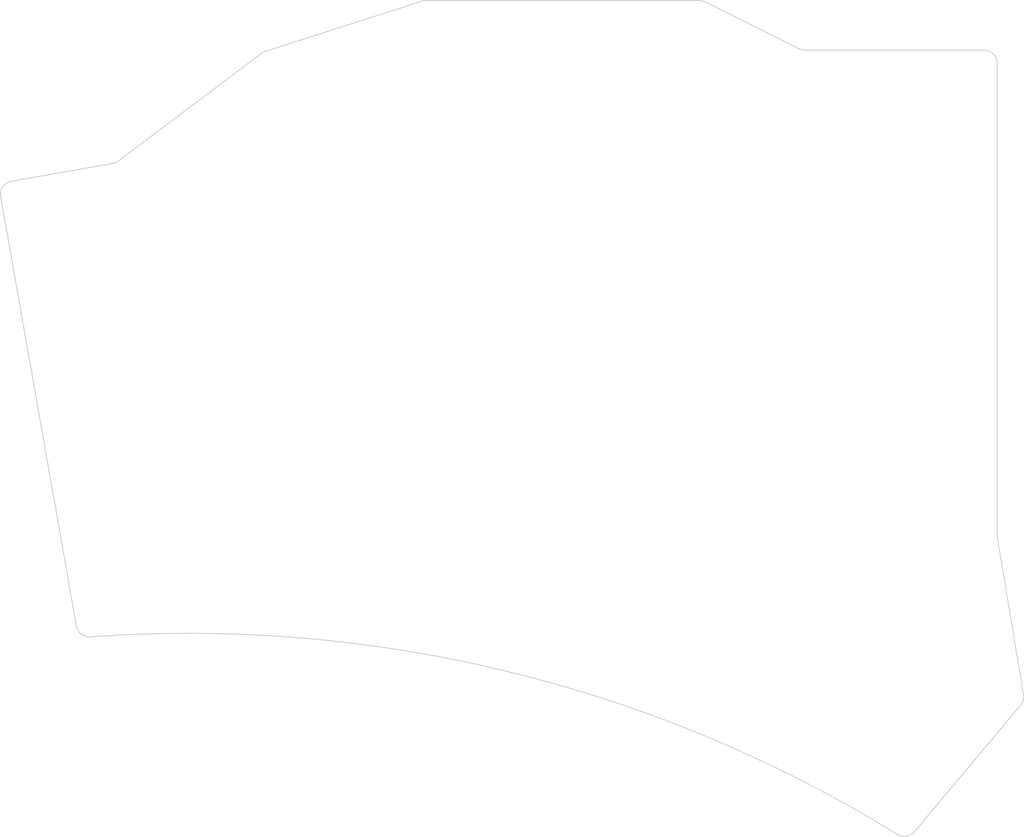
<source format=kicad_pcb>
(kicad_pcb (version 20240108) (generator "ergogen") (generator_version "4.1.0")
  (title_block (title "bottom_plate") (date "2024-08-26") (rev "v1.0.0") (company "Unknown"))
  (layers (0 "F.Cu" signal) (31 "B.Cu" signal) (34 "B.Paste" user) (35 "F.Paste" user) (36 "B.SilkS" user "B.Silkscreen") (37 "F.SilkS" user "F.Silkscreen") (38 "B.Mask" user) (39 "F.Mask" user) (44 "Edge.Cuts" user))
  (net 0 "")
  (footprint "ceoloide:mounting_hole_npth" (layer "F.Cu") (at 138.7031687 46.6227519 10)
    (property "Reference" "MH1" hide)
    (pad "" np_thru_hole circle (at 0 0 10) (size 2.2 2.2) (drill 2.2) (layers "*.Cu" "*.Mask"))
  )
  (footprint "ceoloide:mounting_hole_npth" (layer "F.Cu") (at 157.46152419999999 107.3063443 5)
    (property "Reference" "MH2" hide)
    (pad "" np_thru_hole circle (at 0 0 5) (size 2.2 2.2) (drill 2.2) (layers "*.Cu" "*.Mask"))
  )
  (footprint "ceoloide:mounting_hole_npth" (layer "F.Cu") (at 211.3930287 33.237541 0)
    (property "Reference" "MH3" hide)
    (pad "" np_thru_hole circle (at 0 0 0) (size 2.2 2.2) (drill 2.2) (layers "*.Cu" "*.Mask"))
  )
  (footprint "ceoloide:mounting_hole_npth" (layer "F.Cu") (at 211.3930287 108.237541 0)
    (property "Reference" "MH4" hide)
    (pad "" np_thru_hole circle (at 0 0 0) (size 2.2 2.2) (drill 2.2) (layers "*.Cu" "*.Mask"))
  )
  (footprint "ceoloide:mounting_hole_npth" (layer "F.Cu") (at 245.1430287 98.7375409 0)
    (property "Reference" "MH5" hide)
    (pad "" np_thru_hole circle (at 0 0 0) (size 2.2 2.2) (drill 2.2) (layers "*.Cu" "*.Mask"))
  )
  (gr_line (start 112.41612146766047 122.13354750570238) (end 100.99025906060282 57.33426183375843) (layer Edge.Cuts) (stroke (width 0.15)))
  (gr_line (start 102.61257818071924 55.01734994784417) (end 117.89788248484034 52.32213838072413) (layer Edge.Cuts) (stroke (width 0.15)))
  (gr_line (start 118.75230871386798 51.95122949357528) (end 140.36891154594556 35.702370783414466) (layer Edge.Cuts) (stroke (width 0.15)))
  (gr_line (start 140.96104917761136 35.39623986096209) (end 164.59566408286838 27.832703361681126) (layer Edge.Cuts) (stroke (width 0.15)))
  (gr_line (start 165.2052490631292 27.7375409) (end 206.42089269436943 27.7375409) (layer Edge.Cuts) (stroke (width 0.15)))
  (gr_line (start 207.31531989436945 27.948686499999994) (end 221.47073750563055 35.0263954) (layer Edge.Cuts) (stroke (width 0.15)))
  (gr_line (start 251.3930287 108.57235164136341) (end 251.3930287 37.237541) (layer Edge.Cuts) (stroke (width 0.15)))
  (gr_line (start 251.42013130000004 108.90049164136349) (end 255.34141913312294 132.47670792711529) (layer Edge.Cuts) (stroke (width 0.15)))
  (gr_line (start 254.9006105918054 134.09042317635573) (end 238.89097308266068 153.16996618545056) (layer Edge.Cuts) (stroke (width 0.15)))
  (gr_arc (start 236.30812170000002 153.5861248) (mid 177.7724239 129.0719543) (end 114.5317934 123.78091090000001) (layer Edge.Cuts) (stroke (width 0.15)))
  (gr_line (start 222.36516470563055 35.237541) (end 249.3930287 35.237541) (layer Edge.Cuts) (stroke (width 0.15)))
  (gr_arc (start 102.6125781636182 55.017349950859426) (mid 101.3215704636182 55.83981265085943) (end 100.9902590636182 57.33426185085943) (layer Edge.Cuts) (stroke (width 0.15)))
  (gr_arc (start 117.89788250194135 52.322138377708754) (mid 118.34698950194135 52.18711867770875) (end 118.75230870194135 51.95122947770875) (layer Edge.Cuts) (stroke (width 0.15)))
  (gr_arc (start 140.9610491578722 35.39623979928097) (mid 140.6521365578722 35.52446199928097) (end 140.3689115578722 35.70237079928097) (layer Edge.Cuts) (stroke (width 0.15)))
  (gr_arc (start 165.2052490631292 27.737540899999992) (mid 164.89676496312921 27.761474699999994) (end 164.5956640631292 27.83270329999999) (layer Edge.Cuts) (stroke (width 0.15)))
  (gr_arc (start 207.31531989436942 27.9486865) (mid 206.88039849436942 27.7910429) (end 206.42089269436943 27.7375409) (layer Edge.Cuts) (stroke (width 0.15)))
  (gr_arc (start 221.47073750563055 35.02639539999999) (mid 221.90565890563056 35.18403899999999) (end 222.36516470563055 35.23754099999999) (layer Edge.Cuts) (stroke (width 0.15)))
  (gr_arc (start 251.3930287 37.237541) (mid 250.8072423 35.8233274) (end 249.3930287 35.237541) (layer Edge.Cuts) (stroke (width 0.15)))
  (gr_arc (start 251.3930287 108.57235164136341) (mid 251.3998159 108.7369803413634) (end 251.4201313 108.90049164136342) (layer Edge.Cuts) (stroke (width 0.15)))
  (gr_arc (start 254.90061063312294 134.09042322711537) (mid 255.29783553312294 133.33186652711535) (end 255.34141923312293 132.47670792711537) (layer Edge.Cuts) (stroke (width 0.15)))
  (gr_arc (start 236.3081217 153.5861248) (mid 237.6770285 153.8589249) (end 238.8909731 153.1699663) (layer Edge.Cuts) (stroke (width 0.15)))
  (gr_arc (start 112.4161216 122.13354749999999) (mid 113.1570006 123.36428989999999) (end 114.5317935 123.78091089999998) (layer Edge.Cuts) (stroke (width 0.15)))
)
</source>
